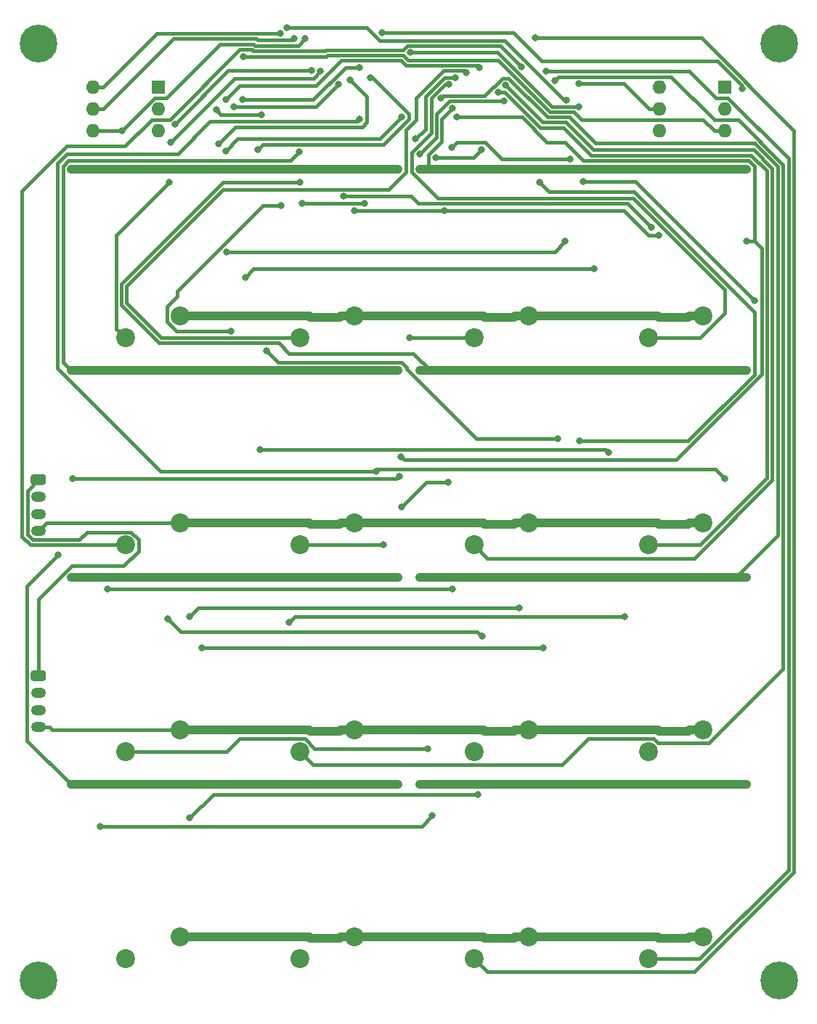
<source format=gbr>
G04 #@! TF.GenerationSoftware,KiCad,Pcbnew,5.1.4+dfsg1-1*
G04 #@! TF.CreationDate,2020-01-15T10:00:44+00:00*
G04 #@! TF.ProjectId,chordboard,63686f72-6462-46f6-9172-642e6b696361,rev?*
G04 #@! TF.SameCoordinates,Original*
G04 #@! TF.FileFunction,Copper,L2,Bot*
G04 #@! TF.FilePolarity,Positive*
%FSLAX46Y46*%
G04 Gerber Fmt 4.6, Leading zero omitted, Abs format (unit mm)*
G04 Created by KiCad (PCBNEW 5.1.4+dfsg1-1) date 2020-01-15 10:00:44*
%MOMM*%
%LPD*%
G04 APERTURE LIST*
%ADD10O,1.750000X1.200000*%
%ADD11C,0.100000*%
%ADD12C,1.200000*%
%ADD13C,2.200000*%
%ADD14O,1.600000X1.600000*%
%ADD15R,1.600000X1.600000*%
%ADD16C,0.700000*%
%ADD17C,4.400000*%
%ADD18C,0.800000*%
%ADD19C,0.400000*%
%ADD20C,1.000000*%
G04 APERTURE END LIST*
D10*
X50800000Y-122840000D03*
X50800000Y-120840000D03*
X50800000Y-118840000D03*
D11*
G36*
X51449505Y-116241204D02*
G01*
X51473773Y-116244804D01*
X51497572Y-116250765D01*
X51520671Y-116259030D01*
X51542850Y-116269520D01*
X51563893Y-116282132D01*
X51583599Y-116296747D01*
X51601777Y-116313223D01*
X51618253Y-116331401D01*
X51632868Y-116351107D01*
X51645480Y-116372150D01*
X51655970Y-116394329D01*
X51664235Y-116417428D01*
X51670196Y-116441227D01*
X51673796Y-116465495D01*
X51675000Y-116489999D01*
X51675000Y-117190001D01*
X51673796Y-117214505D01*
X51670196Y-117238773D01*
X51664235Y-117262572D01*
X51655970Y-117285671D01*
X51645480Y-117307850D01*
X51632868Y-117328893D01*
X51618253Y-117348599D01*
X51601777Y-117366777D01*
X51583599Y-117383253D01*
X51563893Y-117397868D01*
X51542850Y-117410480D01*
X51520671Y-117420970D01*
X51497572Y-117429235D01*
X51473773Y-117435196D01*
X51449505Y-117438796D01*
X51425001Y-117440000D01*
X50174999Y-117440000D01*
X50150495Y-117438796D01*
X50126227Y-117435196D01*
X50102428Y-117429235D01*
X50079329Y-117420970D01*
X50057150Y-117410480D01*
X50036107Y-117397868D01*
X50016401Y-117383253D01*
X49998223Y-117366777D01*
X49981747Y-117348599D01*
X49967132Y-117328893D01*
X49954520Y-117307850D01*
X49944030Y-117285671D01*
X49935765Y-117262572D01*
X49929804Y-117238773D01*
X49926204Y-117214505D01*
X49925000Y-117190001D01*
X49925000Y-116489999D01*
X49926204Y-116465495D01*
X49929804Y-116441227D01*
X49935765Y-116417428D01*
X49944030Y-116394329D01*
X49954520Y-116372150D01*
X49967132Y-116351107D01*
X49981747Y-116331401D01*
X49998223Y-116313223D01*
X50016401Y-116296747D01*
X50036107Y-116282132D01*
X50057150Y-116269520D01*
X50079329Y-116259030D01*
X50102428Y-116250765D01*
X50126227Y-116244804D01*
X50150495Y-116241204D01*
X50174999Y-116240000D01*
X51425001Y-116240000D01*
X51449505Y-116241204D01*
X51449505Y-116241204D01*
G37*
D12*
X50800000Y-116840000D03*
D11*
G36*
X51449505Y-139101204D02*
G01*
X51473773Y-139104804D01*
X51497572Y-139110765D01*
X51520671Y-139119030D01*
X51542850Y-139129520D01*
X51563893Y-139142132D01*
X51583599Y-139156747D01*
X51601777Y-139173223D01*
X51618253Y-139191401D01*
X51632868Y-139211107D01*
X51645480Y-139232150D01*
X51655970Y-139254329D01*
X51664235Y-139277428D01*
X51670196Y-139301227D01*
X51673796Y-139325495D01*
X51675000Y-139349999D01*
X51675000Y-140050001D01*
X51673796Y-140074505D01*
X51670196Y-140098773D01*
X51664235Y-140122572D01*
X51655970Y-140145671D01*
X51645480Y-140167850D01*
X51632868Y-140188893D01*
X51618253Y-140208599D01*
X51601777Y-140226777D01*
X51583599Y-140243253D01*
X51563893Y-140257868D01*
X51542850Y-140270480D01*
X51520671Y-140280970D01*
X51497572Y-140289235D01*
X51473773Y-140295196D01*
X51449505Y-140298796D01*
X51425001Y-140300000D01*
X50174999Y-140300000D01*
X50150495Y-140298796D01*
X50126227Y-140295196D01*
X50102428Y-140289235D01*
X50079329Y-140280970D01*
X50057150Y-140270480D01*
X50036107Y-140257868D01*
X50016401Y-140243253D01*
X49998223Y-140226777D01*
X49981747Y-140208599D01*
X49967132Y-140188893D01*
X49954520Y-140167850D01*
X49944030Y-140145671D01*
X49935765Y-140122572D01*
X49929804Y-140098773D01*
X49926204Y-140074505D01*
X49925000Y-140050001D01*
X49925000Y-139349999D01*
X49926204Y-139325495D01*
X49929804Y-139301227D01*
X49935765Y-139277428D01*
X49944030Y-139254329D01*
X49954520Y-139232150D01*
X49967132Y-139211107D01*
X49981747Y-139191401D01*
X49998223Y-139173223D01*
X50016401Y-139156747D01*
X50036107Y-139142132D01*
X50057150Y-139129520D01*
X50079329Y-139119030D01*
X50102428Y-139110765D01*
X50126227Y-139104804D01*
X50150495Y-139101204D01*
X50174999Y-139100000D01*
X51425001Y-139100000D01*
X51449505Y-139101204D01*
X51449505Y-139101204D01*
G37*
D12*
X50800000Y-139700000D03*
D10*
X50800000Y-141700000D03*
X50800000Y-143700000D03*
X50800000Y-145700000D03*
D13*
X67310000Y-170180000D03*
X60960000Y-172720000D03*
D14*
X123190000Y-71120000D03*
X130810000Y-76200000D03*
X123190000Y-73660000D03*
X130810000Y-73660000D03*
X123190000Y-76200000D03*
D15*
X130810000Y-71120000D03*
X64770000Y-71120000D03*
D14*
X57150000Y-76200000D03*
X64770000Y-73660000D03*
X57150000Y-73660000D03*
X64770000Y-76200000D03*
X57150000Y-71120000D03*
D16*
X138326726Y-64873274D03*
X137160000Y-64390000D03*
X135993274Y-64873274D03*
X135510000Y-66040000D03*
X135993274Y-67206726D03*
X137160000Y-67690000D03*
X138326726Y-67206726D03*
X138810000Y-66040000D03*
D17*
X137160000Y-66040000D03*
X137160000Y-175260000D03*
D16*
X138810000Y-175260000D03*
X138326726Y-176426726D03*
X137160000Y-176910000D03*
X135993274Y-176426726D03*
X135510000Y-175260000D03*
X135993274Y-174093274D03*
X137160000Y-173610000D03*
X138326726Y-174093274D03*
X51966726Y-64873274D03*
X50800000Y-64390000D03*
X49633274Y-64873274D03*
X49150000Y-66040000D03*
X49633274Y-67206726D03*
X50800000Y-67690000D03*
X51966726Y-67206726D03*
X52450000Y-66040000D03*
D17*
X50800000Y-66040000D03*
X50800000Y-175260000D03*
D16*
X52450000Y-175260000D03*
X51966726Y-176426726D03*
X50800000Y-176910000D03*
X49633274Y-176426726D03*
X49150000Y-175260000D03*
X49633274Y-174093274D03*
X50800000Y-173610000D03*
X51966726Y-174093274D03*
D13*
X81280000Y-172720000D03*
X87630000Y-170180000D03*
X107950000Y-170180000D03*
X101600000Y-172720000D03*
X121920000Y-172720000D03*
X128270000Y-170180000D03*
X67310000Y-146050000D03*
X60960000Y-148590000D03*
X81280000Y-148590000D03*
X87630000Y-146050000D03*
X107950000Y-146050000D03*
X101600000Y-148590000D03*
X121920000Y-148590000D03*
X128270000Y-146050000D03*
X67310000Y-121920000D03*
X60960000Y-124460000D03*
X81280000Y-124460000D03*
X87630000Y-121920000D03*
X107950000Y-121920000D03*
X101600000Y-124460000D03*
X121920000Y-124460000D03*
X128270000Y-121920000D03*
X67310000Y-97790000D03*
X60960000Y-100330000D03*
X81280000Y-100330000D03*
X87630000Y-97790000D03*
X107950000Y-97790000D03*
X101600000Y-100330000D03*
X121920000Y-100330000D03*
X128270000Y-97790000D03*
D18*
X76835000Y-74273900D03*
X71525500Y-73704200D03*
X53120200Y-125616000D03*
X92710000Y-152400000D03*
X90170000Y-152400000D03*
X87630000Y-152400000D03*
X85090000Y-152400000D03*
X82550000Y-152400000D03*
X80010000Y-152400000D03*
X77470000Y-152400000D03*
X74930000Y-152400000D03*
X72390000Y-152400000D03*
X69850000Y-152400000D03*
X67310000Y-152400000D03*
X64770000Y-152400000D03*
X62230000Y-152400000D03*
X59690000Y-152400000D03*
X57150000Y-152400000D03*
X54610000Y-152400000D03*
X77419900Y-101854900D03*
X111376300Y-112042300D03*
X133350000Y-152400000D03*
X130810000Y-152400000D03*
X128270000Y-152400000D03*
X125730000Y-152400000D03*
X123190000Y-152400000D03*
X120650000Y-152400000D03*
X118110000Y-152400000D03*
X115570000Y-152400000D03*
X113030000Y-152400000D03*
X110490000Y-152400000D03*
X107950000Y-152400000D03*
X105410000Y-152400000D03*
X102870000Y-152400000D03*
X100330000Y-152400000D03*
X97790000Y-152400000D03*
X95250000Y-152400000D03*
X54832600Y-116701300D03*
X92870700Y-116430300D03*
X79024100Y-64821900D03*
X96742600Y-156020500D03*
X58036500Y-157274500D03*
X80645000Y-65422200D03*
X58865000Y-129601000D03*
X99060000Y-129601000D03*
X81915000Y-65425900D03*
X60525900Y-76200000D03*
X102068600Y-153524600D03*
X68453500Y-156276800D03*
X82629500Y-69150200D03*
X66732243Y-75369143D03*
X83709400Y-69237700D03*
X66254300Y-77496300D03*
X65909900Y-133042200D03*
X102553300Y-135114700D03*
X85810600Y-70724300D03*
X73576000Y-73381200D03*
X106865100Y-131821500D03*
X68394600Y-132845500D03*
X87157200Y-70235900D03*
X71777200Y-77664400D03*
X69850000Y-136442800D03*
X109663200Y-136442800D03*
X112205000Y-89063200D03*
X72763200Y-90284300D03*
X88265000Y-68771600D03*
X74584800Y-72551800D03*
X74930000Y-93232000D03*
X115570000Y-92265300D03*
X76412400Y-78343900D03*
X89535000Y-69956100D03*
X90824900Y-64757100D03*
X132830400Y-71255500D03*
X76645000Y-113353600D03*
X117285000Y-113691400D03*
X80010000Y-133509300D03*
X119160200Y-132823500D03*
X88850200Y-84610600D03*
X81515600Y-84610600D03*
X86360000Y-83810300D03*
X122298400Y-87429100D03*
X123101500Y-88380400D03*
X87630000Y-85457400D03*
X98161700Y-85457400D03*
X88265000Y-74841600D03*
X130810000Y-116683200D03*
X90170000Y-115854400D03*
X133350000Y-89063200D03*
X93106700Y-114140400D03*
X99563400Y-74568000D03*
X79123800Y-84898600D03*
X73213200Y-99521600D03*
X92710000Y-128270000D03*
X90170000Y-128270000D03*
X87630000Y-128270000D03*
X85090000Y-128270000D03*
X82550000Y-128270000D03*
X80010000Y-128270000D03*
X77470000Y-128270000D03*
X74930000Y-128270000D03*
X72390000Y-128270000D03*
X69850000Y-128270000D03*
X67310000Y-128270000D03*
X64770000Y-128270000D03*
X62230000Y-128270000D03*
X59690000Y-128270000D03*
X57150000Y-128270000D03*
X54610000Y-128270000D03*
X97762100Y-72343700D03*
X133350000Y-128270000D03*
X130810000Y-128270000D03*
X128270000Y-128270000D03*
X125730000Y-128270000D03*
X123190000Y-128270000D03*
X120650000Y-128270000D03*
X118110000Y-128270000D03*
X115570000Y-128270000D03*
X113030000Y-128270000D03*
X110490000Y-128270000D03*
X107950000Y-128270000D03*
X105410000Y-128270000D03*
X102870000Y-128270000D03*
X100330000Y-128270000D03*
X97790000Y-128270000D03*
X95250000Y-128270000D03*
X81219800Y-78592200D03*
X92710000Y-104140000D03*
X90170000Y-104140000D03*
X87630000Y-104140000D03*
X85090000Y-104140000D03*
X82550000Y-104140000D03*
X80010000Y-104140000D03*
X77470000Y-104140000D03*
X74930000Y-104140000D03*
X72390000Y-104140000D03*
X69850000Y-104140000D03*
X67310000Y-104140000D03*
X64770000Y-104140000D03*
X62230000Y-104140000D03*
X59690000Y-104140000D03*
X54610000Y-104140000D03*
X57150000Y-104140000D03*
X81317100Y-82142900D03*
X123190000Y-104140000D03*
X120650000Y-104140000D03*
X133350000Y-104140000D03*
X130810000Y-104140000D03*
X128270000Y-104140000D03*
X125730000Y-104140000D03*
X118110000Y-104140000D03*
X115570000Y-104140000D03*
X113030000Y-104140000D03*
X110490000Y-104140000D03*
X107950000Y-104140000D03*
X105410000Y-104140000D03*
X102870000Y-104140000D03*
X100330000Y-104140000D03*
X97790000Y-104140000D03*
X95250000Y-104140000D03*
X92710000Y-80645000D03*
X90170000Y-80645000D03*
X87630000Y-80645000D03*
X85090000Y-80645000D03*
X82550000Y-80645000D03*
X80010000Y-80645000D03*
X77470000Y-80645000D03*
X74930000Y-80645000D03*
X72390000Y-80645000D03*
X69850000Y-80645000D03*
X67310000Y-80645000D03*
X64770000Y-80645000D03*
X62230000Y-80645000D03*
X59690000Y-80645000D03*
X57150000Y-80645000D03*
X54610000Y-80645000D03*
X99056100Y-73517800D03*
X133350000Y-80645000D03*
X130810000Y-80645000D03*
X128270000Y-80645000D03*
X125730000Y-80645000D03*
X123190000Y-80645000D03*
X120650000Y-80645000D03*
X118110000Y-80645000D03*
X115570000Y-80645000D03*
X113030000Y-80645000D03*
X110490000Y-80645000D03*
X107950000Y-80645000D03*
X105410000Y-80645000D03*
X102870000Y-80645000D03*
X100330000Y-80645000D03*
X97790000Y-80645000D03*
X95250000Y-80645000D03*
X116612400Y-97790000D03*
X73660000Y-97790000D03*
X112395000Y-72585700D03*
X79786700Y-64116600D03*
X113832600Y-73386100D03*
X94173900Y-67052500D03*
X74651500Y-67534400D03*
X113779400Y-70691800D03*
X93181600Y-74549000D03*
X72638400Y-78507700D03*
X108740200Y-65333000D03*
X110005500Y-69236800D03*
X102478000Y-78345800D03*
X97100000Y-79272300D03*
X96188600Y-148220200D03*
X111020400Y-70309500D03*
X98561100Y-117180000D03*
X93155000Y-120047700D03*
X113856200Y-112340700D03*
X109220000Y-82142900D03*
X107143800Y-68746600D03*
X105075900Y-72717500D03*
X95247400Y-78905400D03*
X91027500Y-124402900D03*
X105224000Y-70850200D03*
X104423300Y-71683200D03*
X102235000Y-68765200D03*
X72696200Y-72516500D03*
X66077100Y-82142900D03*
X100724300Y-69365600D03*
X99410500Y-69954800D03*
X94744500Y-77132400D03*
X94090400Y-100330000D03*
X98613800Y-70759900D03*
X98995100Y-78137800D03*
X112776600Y-79507000D03*
X114300000Y-82105000D03*
X134331200Y-95991200D03*
D19*
X76835000Y-74273900D02*
X72095200Y-74273900D01*
X72095200Y-74273900D02*
X71525500Y-73704200D01*
X53120200Y-125616000D02*
X49471200Y-129265000D01*
X49471200Y-129265000D02*
X49471200Y-147261200D01*
X49471200Y-147261200D02*
X54610000Y-152400000D01*
D20*
X57150000Y-152400000D02*
X59690000Y-152400000D01*
X54610000Y-152400000D02*
X57150000Y-152400000D01*
X59690000Y-152400000D02*
X62230000Y-152400000D01*
X62230000Y-152400000D02*
X64770000Y-152400000D01*
X64770000Y-152400000D02*
X67310000Y-152400000D01*
X67310000Y-152400000D02*
X69850000Y-152400000D01*
X69850000Y-152400000D02*
X72390000Y-152400000D01*
X72390000Y-152400000D02*
X74930000Y-152400000D01*
X74930000Y-152400000D02*
X77470000Y-152400000D01*
X77470000Y-152400000D02*
X80010000Y-152400000D01*
X80010000Y-152400000D02*
X82550000Y-152400000D01*
X82550000Y-152400000D02*
X85090000Y-152400000D01*
X85090000Y-152400000D02*
X87630000Y-152400000D01*
X87630000Y-152400000D02*
X90170000Y-152400000D01*
X90170000Y-152400000D02*
X92710000Y-152400000D01*
D19*
X77419900Y-101854900D02*
X78770800Y-103205800D01*
X78770800Y-103205800D02*
X93153800Y-103205800D01*
X93153800Y-103205800D02*
X93733800Y-103785800D01*
X93733800Y-103785800D02*
X93733800Y-103899100D01*
X93733800Y-103899100D02*
X101877000Y-112042300D01*
X101877000Y-112042300D02*
X111376300Y-112042300D01*
D20*
X97790000Y-152400000D02*
X100330000Y-152400000D01*
X95250000Y-152400000D02*
X97790000Y-152400000D01*
X100330000Y-152400000D02*
X102870000Y-152400000D01*
X102870000Y-152400000D02*
X105410000Y-152400000D01*
X105410000Y-152400000D02*
X107950000Y-152400000D01*
X107950000Y-152400000D02*
X110490000Y-152400000D01*
X110490000Y-152400000D02*
X113030000Y-152400000D01*
X113030000Y-152400000D02*
X115570000Y-152400000D01*
X115570000Y-152400000D02*
X118110000Y-152400000D01*
X118110000Y-152400000D02*
X120650000Y-152400000D01*
X120650000Y-152400000D02*
X123190000Y-152400000D01*
X123190000Y-152400000D02*
X125730000Y-152400000D01*
X125730000Y-152400000D02*
X128270000Y-152400000D01*
X128270000Y-152400000D02*
X130810000Y-152400000D01*
X130810000Y-152400000D02*
X133350000Y-152400000D01*
D19*
X92870700Y-116430300D02*
X92599700Y-116701300D01*
X92599700Y-116701300D02*
X54832600Y-116701300D01*
X79024100Y-64821900D02*
X64648400Y-64821900D01*
X64648400Y-64821900D02*
X58350300Y-71120000D01*
X57150000Y-71120000D02*
X58350300Y-71120000D01*
X96742600Y-156020500D02*
X95488600Y-157274500D01*
X95488600Y-157274500D02*
X58036500Y-157274500D01*
X80645000Y-65422200D02*
X80444900Y-65622300D01*
X80444900Y-65622300D02*
X76417900Y-65622300D01*
X76417900Y-65622300D02*
X76245600Y-65450000D01*
X76245600Y-65450000D02*
X66560300Y-65450000D01*
X66560300Y-65450000D02*
X58350300Y-73660000D01*
X57150000Y-73660000D02*
X58350300Y-73660000D01*
X60525900Y-76200000D02*
X64405500Y-72320400D01*
X64405500Y-72320400D02*
X65761300Y-72320400D01*
X65761300Y-72320400D02*
X72019600Y-66062100D01*
X72019600Y-66062100D02*
X75885800Y-66062100D01*
X75885800Y-66062100D02*
X76046400Y-66222700D01*
X76046400Y-66222700D02*
X81118200Y-66222700D01*
X81118200Y-66222700D02*
X81915000Y-65425900D01*
X99060000Y-129601000D02*
X58865000Y-129601000D01*
X58350300Y-76200000D02*
X60525900Y-76200000D01*
X57150000Y-76200000D02*
X58350300Y-76200000D01*
X68453500Y-156276800D02*
X71205700Y-153524600D01*
X71205700Y-153524600D02*
X102068600Y-153524600D01*
X82629500Y-69150200D02*
X72951186Y-69150200D01*
X67132242Y-74969144D02*
X66732243Y-75369143D01*
X72951186Y-69150200D02*
X67132242Y-74969144D01*
X102553300Y-135114700D02*
X101983900Y-134545300D01*
X101983900Y-134545300D02*
X67413000Y-134545300D01*
X67413000Y-134545300D02*
X65909900Y-133042200D01*
X66254300Y-77496300D02*
X73678400Y-70072200D01*
X73678400Y-70072200D02*
X82874900Y-70072200D01*
X82874900Y-70072200D02*
X83709400Y-69237700D01*
X85810600Y-70724300D02*
X83153700Y-73381200D01*
X83153700Y-73381200D02*
X73576000Y-73381200D01*
X106865100Y-131821500D02*
X69418600Y-131821500D01*
X69418600Y-131821500D02*
X68394600Y-132845500D01*
X71777200Y-77664400D02*
X73737300Y-75704300D01*
X73737300Y-75704300D02*
X88584500Y-75704300D01*
X88584500Y-75704300D02*
X89098900Y-75189900D01*
X89098900Y-75189900D02*
X89098900Y-72177600D01*
X89098900Y-72177600D02*
X87157200Y-70235900D01*
X109663200Y-136442800D02*
X69850000Y-136442800D01*
X88265000Y-68771600D02*
X86631600Y-68771600D01*
X86631600Y-68771600D02*
X82851400Y-72551800D01*
X82851400Y-72551800D02*
X74584800Y-72551800D01*
X72763200Y-90284300D02*
X110983900Y-90284300D01*
X110983900Y-90284300D02*
X112205000Y-89063200D01*
X89535000Y-69956100D02*
X89800000Y-69956100D01*
X89800000Y-69956100D02*
X94035900Y-74192000D01*
X94035900Y-74192000D02*
X94035900Y-74826700D01*
X94035900Y-74826700D02*
X91070800Y-77791800D01*
X91070800Y-77791800D02*
X91070800Y-77791900D01*
X91070800Y-77791900D02*
X76964400Y-77791900D01*
X76964400Y-77791900D02*
X76412400Y-78343900D01*
X74930000Y-93232000D02*
X75896700Y-92265300D01*
X75896700Y-92265300D02*
X115570000Y-92265300D01*
X90824900Y-64757100D02*
X106198300Y-64757100D01*
X106198300Y-64757100D02*
X109492600Y-68051400D01*
X109492600Y-68051400D02*
X129940300Y-68051400D01*
X129940300Y-68051400D02*
X132830400Y-70941500D01*
X132830400Y-70941500D02*
X132830400Y-71255500D01*
X117285000Y-113691400D02*
X116933700Y-113340100D01*
X116933700Y-113340100D02*
X76658500Y-113340100D01*
X76658500Y-113340100D02*
X76645000Y-113353600D01*
X119160200Y-132823500D02*
X80695800Y-132823500D01*
X80695800Y-132823500D02*
X80010000Y-133509300D01*
X81515600Y-84610600D02*
X88850200Y-84610600D01*
X86360000Y-83810300D02*
X94265700Y-83810300D01*
X94265700Y-83810300D02*
X95096200Y-84640800D01*
X95096200Y-84640800D02*
X119510100Y-84640800D01*
X119510100Y-84640800D02*
X122298400Y-87429100D01*
X98161700Y-85457400D02*
X119046800Y-85457400D01*
X119046800Y-85457400D02*
X121969800Y-88380400D01*
X121969800Y-88380400D02*
X123101500Y-88380400D01*
X98161700Y-85457400D02*
X87630000Y-85457400D01*
X130810000Y-116683200D02*
X129756800Y-115630000D01*
X129756800Y-115630000D02*
X90394400Y-115630000D01*
X90394400Y-115630000D02*
X90170000Y-115854400D01*
X90170000Y-115854400D02*
X65048700Y-115854400D01*
X65048700Y-115854400D02*
X53043900Y-103849600D01*
X53043900Y-103849600D02*
X53043900Y-79989700D01*
X53043900Y-79989700D02*
X54144700Y-78888900D01*
X54144700Y-78888900D02*
X67054700Y-78888900D01*
X67054700Y-78888900D02*
X70839700Y-75103900D01*
X70839700Y-75103900D02*
X88002700Y-75103900D01*
X88002700Y-75103900D02*
X88265000Y-74841600D01*
X93106700Y-114140400D02*
X93471000Y-114504700D01*
X93471000Y-114504700D02*
X125183000Y-114504700D01*
X125183000Y-114504700D02*
X135131500Y-104556200D01*
X135131500Y-104556200D02*
X135131500Y-89885200D01*
X135131500Y-89885200D02*
X134309500Y-89063200D01*
X134309500Y-89063200D02*
X133350000Y-89063200D01*
X134309500Y-89063200D02*
X134309500Y-80281700D01*
X134309500Y-80281700D02*
X133635000Y-79607200D01*
X133635000Y-79607200D02*
X114325900Y-79607200D01*
X114325900Y-79607200D02*
X112228300Y-77509600D01*
X112228300Y-77509600D02*
X110106300Y-77509600D01*
X110106300Y-77509600D02*
X107164700Y-74568000D01*
X107164700Y-74568000D02*
X99563400Y-74568000D01*
X73213200Y-99521600D02*
X66912900Y-99521600D01*
X66912900Y-99521600D02*
X65804300Y-98413000D01*
X65804300Y-98413000D02*
X65804300Y-96633000D01*
X65804300Y-96633000D02*
X67011300Y-95426000D01*
X67011300Y-95426000D02*
X67011300Y-94877300D01*
X67011300Y-94877300D02*
X76990000Y-84898600D01*
X76990000Y-84898600D02*
X79123800Y-84898600D01*
D20*
X90170000Y-128270000D02*
X92710000Y-128270000D01*
X57150000Y-128270000D02*
X59690000Y-128270000D01*
X54610000Y-128270000D02*
X57150000Y-128270000D01*
X59690000Y-128270000D02*
X62230000Y-128270000D01*
X62230000Y-128270000D02*
X64770000Y-128270000D01*
X64770000Y-128270000D02*
X67310000Y-128270000D01*
X67310000Y-128270000D02*
X69850000Y-128270000D01*
X69850000Y-128270000D02*
X72390000Y-128270000D01*
X72390000Y-128270000D02*
X74930000Y-128270000D01*
X74930000Y-128270000D02*
X77470000Y-128270000D01*
X77470000Y-128270000D02*
X80010000Y-128270000D01*
X80010000Y-128270000D02*
X82550000Y-128270000D01*
X82550000Y-128270000D02*
X85090000Y-128270000D01*
X85090000Y-128270000D02*
X87630000Y-128270000D01*
X87630000Y-128270000D02*
X90170000Y-128270000D01*
D19*
X132080000Y-128270000D02*
X137003700Y-123346300D01*
X137003700Y-123346300D02*
X137003700Y-80352800D01*
X137003700Y-80352800D02*
X134269500Y-77618600D01*
X134269500Y-77618600D02*
X115733000Y-77618600D01*
X115733000Y-77618600D02*
X112701100Y-74586700D01*
X112701100Y-74586700D02*
X110154400Y-74586700D01*
X110154400Y-74586700D02*
X105617600Y-70049900D01*
X105617600Y-70049900D02*
X104892600Y-70049900D01*
X104892600Y-70049900D02*
X102825300Y-72117200D01*
X102825300Y-72117200D02*
X97988600Y-72117200D01*
X97988600Y-72117200D02*
X97762100Y-72343700D01*
D20*
X132080000Y-128270000D02*
X133350000Y-128270000D01*
X130810000Y-128270000D02*
X132080000Y-128270000D01*
X97790000Y-128270000D02*
X100330000Y-128270000D01*
X95250000Y-128270000D02*
X97790000Y-128270000D01*
X100330000Y-128270000D02*
X102870000Y-128270000D01*
X102870000Y-128270000D02*
X105410000Y-128270000D01*
X105410000Y-128270000D02*
X107950000Y-128270000D01*
X107950000Y-128270000D02*
X110490000Y-128270000D01*
X110490000Y-128270000D02*
X113030000Y-128270000D01*
X113030000Y-128270000D02*
X115570000Y-128270000D01*
X115570000Y-128270000D02*
X118110000Y-128270000D01*
X118110000Y-128270000D02*
X120650000Y-128270000D01*
X120650000Y-128270000D02*
X123190000Y-128270000D01*
X123190000Y-128270000D02*
X125730000Y-128270000D01*
X125730000Y-128270000D02*
X128270000Y-128270000D01*
X128270000Y-128270000D02*
X130810000Y-128270000D01*
D19*
X54610000Y-104140000D02*
X53677000Y-103207000D01*
X53677000Y-103207000D02*
X53677000Y-80295500D01*
X53677000Y-80295500D02*
X54315800Y-79656700D01*
X54315800Y-79656700D02*
X80155300Y-79656700D01*
X80155300Y-79656700D02*
X81219800Y-78592200D01*
D20*
X59690000Y-104140000D02*
X62230000Y-104140000D01*
X57150000Y-104140000D02*
X59690000Y-104140000D01*
X62230000Y-104140000D02*
X64770000Y-104140000D01*
X64770000Y-104140000D02*
X67310000Y-104140000D01*
X67310000Y-104140000D02*
X69850000Y-104140000D01*
X69850000Y-104140000D02*
X72390000Y-104140000D01*
X72390000Y-104140000D02*
X74930000Y-104140000D01*
X74930000Y-104140000D02*
X77470000Y-104140000D01*
X77470000Y-104140000D02*
X80010000Y-104140000D01*
X80010000Y-104140000D02*
X82550000Y-104140000D01*
X82550000Y-104140000D02*
X85090000Y-104140000D01*
X85090000Y-104140000D02*
X87630000Y-104140000D01*
X87630000Y-104140000D02*
X90170000Y-104140000D01*
X90170000Y-104140000D02*
X92710000Y-104140000D01*
X54610000Y-104140000D02*
X57150000Y-104140000D01*
D19*
X81317100Y-82142900D02*
X72319700Y-82142900D01*
X72319700Y-82142900D02*
X60468700Y-93993900D01*
X60468700Y-93993900D02*
X60468700Y-96514700D01*
X60468700Y-96514700D02*
X64876200Y-100922200D01*
X64876200Y-100922200D02*
X78817100Y-100922200D01*
X78817100Y-100922200D02*
X80041800Y-102146900D01*
X80041800Y-102146900D02*
X94526900Y-102146900D01*
X94526900Y-102146900D02*
X96520000Y-104140000D01*
D20*
X96520000Y-104140000D02*
X97790000Y-104140000D01*
X95250000Y-104140000D02*
X96520000Y-104140000D01*
X115570000Y-104140000D02*
X118110000Y-104140000D01*
X97790000Y-104140000D02*
X100330000Y-104140000D01*
X100330000Y-104140000D02*
X102870000Y-104140000D01*
X102870000Y-104140000D02*
X105410000Y-104140000D01*
X105410000Y-104140000D02*
X107950000Y-104140000D01*
X107950000Y-104140000D02*
X110490000Y-104140000D01*
X110490000Y-104140000D02*
X113030000Y-104140000D01*
X113030000Y-104140000D02*
X115570000Y-104140000D01*
X125730000Y-104140000D02*
X128270000Y-104140000D01*
X123190000Y-104140000D02*
X125730000Y-104140000D01*
X128270000Y-104140000D02*
X130810000Y-104140000D01*
X118110000Y-104140000D02*
X120650000Y-104140000D01*
X120650000Y-104140000D02*
X123190000Y-104140000D01*
X130810000Y-104140000D02*
X133350000Y-104140000D01*
X57150000Y-80645000D02*
X59690000Y-80645000D01*
X54610000Y-80645000D02*
X57150000Y-80645000D01*
X59690000Y-80645000D02*
X62230000Y-80645000D01*
X62230000Y-80645000D02*
X64770000Y-80645000D01*
X64770000Y-80645000D02*
X67310000Y-80645000D01*
X67310000Y-80645000D02*
X69850000Y-80645000D01*
X69850000Y-80645000D02*
X72390000Y-80645000D01*
X72390000Y-80645000D02*
X74930000Y-80645000D01*
X74930000Y-80645000D02*
X77470000Y-80645000D01*
X77470000Y-80645000D02*
X80010000Y-80645000D01*
X80010000Y-80645000D02*
X82550000Y-80645000D01*
X82550000Y-80645000D02*
X85090000Y-80645000D01*
X85090000Y-80645000D02*
X87630000Y-80645000D01*
X87630000Y-80645000D02*
X90170000Y-80645000D01*
X90170000Y-80645000D02*
X92710000Y-80645000D01*
D19*
X99056100Y-73517800D02*
X97805800Y-74768100D01*
X97805800Y-74768100D02*
X97805800Y-77434800D01*
X97805800Y-77434800D02*
X96299700Y-78940900D01*
X96299700Y-78940900D02*
X96299700Y-80345700D01*
X96299700Y-80345700D02*
X96000400Y-80645000D01*
D20*
X96000400Y-80645000D02*
X97790000Y-80645000D01*
X95250000Y-80645000D02*
X96000400Y-80645000D01*
X97790000Y-80645000D02*
X100330000Y-80645000D01*
X100330000Y-80645000D02*
X102870000Y-80645000D01*
X102870000Y-80645000D02*
X105410000Y-80645000D01*
X105410000Y-80645000D02*
X107950000Y-80645000D01*
X107950000Y-80645000D02*
X110490000Y-80645000D01*
X110490000Y-80645000D02*
X113030000Y-80645000D01*
X113030000Y-80645000D02*
X115570000Y-80645000D01*
X115570000Y-80645000D02*
X118110000Y-80645000D01*
X118110000Y-80645000D02*
X120650000Y-80645000D01*
X120650000Y-80645000D02*
X123190000Y-80645000D01*
X123190000Y-80645000D02*
X125730000Y-80645000D01*
X125730000Y-80645000D02*
X128270000Y-80645000D01*
X128270000Y-80645000D02*
X130810000Y-80645000D01*
X130810000Y-80645000D02*
X133350000Y-80645000D01*
X116612400Y-97790000D02*
X123004000Y-97790000D01*
X123004000Y-97790000D02*
X123164000Y-97950000D01*
X123164000Y-97950000D02*
X126554000Y-97950000D01*
X126554000Y-97950000D02*
X126714000Y-97790000D01*
X126714000Y-97790000D02*
X128270000Y-97790000D01*
X107950000Y-97790000D02*
X116612400Y-97790000D01*
X73660000Y-97790000D02*
X82364000Y-97790000D01*
X82364000Y-97790000D02*
X82524000Y-97950000D01*
X82524000Y-97950000D02*
X85914400Y-97950000D01*
X85914400Y-97950000D02*
X86074400Y-97790000D01*
X86074400Y-97790000D02*
X87630000Y-97790000D01*
X67310000Y-97790000D02*
X73660000Y-97790000D01*
D19*
X50800000Y-145700000D02*
X52075300Y-145700000D01*
X52075300Y-145700000D02*
X52425300Y-146050000D01*
X52425300Y-146050000D02*
X67310000Y-146050000D01*
X67310000Y-121920000D02*
X51720000Y-121920000D01*
X51720000Y-121920000D02*
X50800000Y-122840000D01*
D20*
X67310000Y-121920000D02*
X82364000Y-121920000D01*
X82364000Y-121920000D02*
X82524000Y-122080000D01*
X82524000Y-122080000D02*
X85914400Y-122080000D01*
X85914400Y-122080000D02*
X86074400Y-121920000D01*
X86074400Y-121920000D02*
X87630000Y-121920000D01*
X87630000Y-97790000D02*
X102684000Y-97790000D01*
X102684000Y-97790000D02*
X102844000Y-97950000D01*
X102844000Y-97950000D02*
X106234000Y-97950000D01*
X106234000Y-97950000D02*
X106394000Y-97790000D01*
X106394000Y-97790000D02*
X107950000Y-97790000D01*
X107950000Y-121920000D02*
X123004000Y-121920000D01*
X123004000Y-121920000D02*
X123164000Y-122080000D01*
X123164000Y-122080000D02*
X126554000Y-122080000D01*
X126554000Y-122080000D02*
X126714000Y-121920000D01*
X126714000Y-121920000D02*
X128270000Y-121920000D01*
X87630000Y-121920000D02*
X102684000Y-121920000D01*
X102684000Y-121920000D02*
X102844000Y-122080000D01*
X102844000Y-122080000D02*
X106234000Y-122080000D01*
X106234000Y-122080000D02*
X106394000Y-121920000D01*
X106394000Y-121920000D02*
X107950000Y-121920000D01*
X107950000Y-170180000D02*
X123004000Y-170180000D01*
X123004000Y-170180000D02*
X123164000Y-170340000D01*
X123164000Y-170340000D02*
X126554000Y-170340000D01*
X126554000Y-170340000D02*
X126714000Y-170180000D01*
X126714000Y-170180000D02*
X128270000Y-170180000D01*
X87630000Y-170180000D02*
X102684000Y-170180000D01*
X102684000Y-170180000D02*
X102844000Y-170340000D01*
X102844000Y-170340000D02*
X106234000Y-170340000D01*
X106234000Y-170340000D02*
X106394000Y-170180000D01*
X106394000Y-170180000D02*
X107950000Y-170180000D01*
X67310000Y-170180000D02*
X82364000Y-170180000D01*
X82364000Y-170180000D02*
X82524000Y-170340000D01*
X82524000Y-170340000D02*
X85914400Y-170340000D01*
X85914400Y-170340000D02*
X86074400Y-170180000D01*
X86074400Y-170180000D02*
X87630000Y-170180000D01*
X107950000Y-146050000D02*
X123004000Y-146050000D01*
X123004000Y-146050000D02*
X123164000Y-146210000D01*
X123164000Y-146210000D02*
X126554000Y-146210000D01*
X126554000Y-146210000D02*
X126714000Y-146050000D01*
X126714000Y-146050000D02*
X128270000Y-146050000D01*
X87630000Y-146050000D02*
X102684000Y-146050000D01*
X102684000Y-146050000D02*
X102844000Y-146210000D01*
X102844000Y-146210000D02*
X106234000Y-146210000D01*
X106234000Y-146210000D02*
X106394000Y-146050000D01*
X106394000Y-146050000D02*
X107950000Y-146050000D01*
X67310000Y-146050000D02*
X82364000Y-146050000D01*
X82364000Y-146050000D02*
X82524000Y-146210000D01*
X82524000Y-146210000D02*
X85914400Y-146210000D01*
X85914400Y-146210000D02*
X86074400Y-146050000D01*
X86074400Y-146050000D02*
X87630000Y-146050000D01*
D19*
X112395000Y-72585700D02*
X112132800Y-72585700D01*
X112132800Y-72585700D02*
X105199000Y-65651900D01*
X105199000Y-65651900D02*
X90587800Y-65651900D01*
X90587800Y-65651900D02*
X89052500Y-64116600D01*
X89052500Y-64116600D02*
X79786700Y-64116600D01*
X50800000Y-139700000D02*
X50800000Y-130763300D01*
X50800000Y-130763300D02*
X54686000Y-126877300D01*
X54686000Y-126877300D02*
X60736500Y-126877300D01*
X60736500Y-126877300D02*
X62462600Y-125151200D01*
X62462600Y-125151200D02*
X62462600Y-123836000D01*
X62462600Y-123836000D02*
X61570400Y-122943800D01*
X61570400Y-122943800D02*
X56511900Y-122943800D01*
X56511900Y-122943800D02*
X55596100Y-123859600D01*
X55596100Y-123859600D02*
X50099200Y-123859600D01*
X50099200Y-123859600D02*
X49508600Y-123269000D01*
X49508600Y-123269000D02*
X49508600Y-118131400D01*
X49508600Y-118131400D02*
X50800000Y-116840000D01*
X94173900Y-67052500D02*
X104318000Y-67052500D01*
X104318000Y-67052500D02*
X110651600Y-73386100D01*
X110651600Y-73386100D02*
X113832600Y-73386100D01*
X129609700Y-76200000D02*
X128305900Y-74896200D01*
X128305900Y-74896200D02*
X114150400Y-74896200D01*
X114150400Y-74896200D02*
X113240600Y-73986400D01*
X113240600Y-73986400D02*
X110403000Y-73986400D01*
X110403000Y-73986400D02*
X104370500Y-67953900D01*
X104370500Y-67953900D02*
X93914300Y-67953900D01*
X93914300Y-67953900D02*
X93325000Y-67364600D01*
X93325000Y-67364600D02*
X84556200Y-67364600D01*
X84556200Y-67364600D02*
X84386400Y-67534400D01*
X84386400Y-67534400D02*
X74651500Y-67534400D01*
X130810000Y-76200000D02*
X129609700Y-76200000D01*
X123190000Y-73660000D02*
X121989700Y-73660000D01*
X121989700Y-73660000D02*
X119021500Y-70691800D01*
X119021500Y-70691800D02*
X113779400Y-70691800D01*
X93181600Y-74549000D02*
X90632200Y-77098400D01*
X90632200Y-77098400D02*
X74047700Y-77098400D01*
X74047700Y-77098400D02*
X72638400Y-78507700D01*
X101600000Y-172720000D02*
X103113300Y-174233300D01*
X103113300Y-174233300D02*
X127238900Y-174233300D01*
X127238900Y-174233300D02*
X138901700Y-162570500D01*
X138901700Y-162570500D02*
X138901700Y-76154500D01*
X138901700Y-76154500D02*
X128080200Y-65333000D01*
X128080200Y-65333000D02*
X108740200Y-65333000D01*
X121920000Y-172720000D02*
X127876100Y-172720000D01*
X127876100Y-172720000D02*
X138274300Y-162321800D01*
X138274300Y-162321800D02*
X138274300Y-79395100D01*
X138274300Y-79395100D02*
X131199600Y-72320400D01*
X131199600Y-72320400D02*
X129801600Y-72320400D01*
X129801600Y-72320400D02*
X126718000Y-69236800D01*
X126718000Y-69236800D02*
X110005500Y-69236800D01*
X60960000Y-148590000D02*
X72724700Y-148590000D01*
X72724700Y-148590000D02*
X74271000Y-147043700D01*
X74271000Y-147043700D02*
X81855700Y-147043700D01*
X81855700Y-147043700D02*
X83032200Y-148220200D01*
X83032200Y-148220200D02*
X96188600Y-148220200D01*
X97100000Y-79272300D02*
X101551500Y-79272300D01*
X101551500Y-79272300D02*
X102478000Y-78345800D01*
X81280000Y-148590000D02*
X82780400Y-150090400D01*
X82780400Y-150090400D02*
X111864300Y-150090400D01*
X111864300Y-150090400D02*
X114914300Y-147040400D01*
X114914300Y-147040400D02*
X122492400Y-147040400D01*
X122492400Y-147040400D02*
X123017900Y-147565900D01*
X123017900Y-147565900D02*
X128934900Y-147565900D01*
X128934900Y-147565900D02*
X137618900Y-138881900D01*
X137618900Y-138881900D02*
X137618900Y-80119100D01*
X137618900Y-80119100D02*
X132429800Y-74930000D01*
X132429800Y-74930000D02*
X129619600Y-74930000D01*
X129619600Y-74930000D02*
X124577300Y-69887700D01*
X124577300Y-69887700D02*
X111442200Y-69887700D01*
X111442200Y-69887700D02*
X111020400Y-70309500D01*
X93155000Y-120047700D02*
X96022700Y-117180000D01*
X96022700Y-117180000D02*
X98561100Y-117180000D01*
X109220000Y-82142900D02*
X110342100Y-83265000D01*
X110342100Y-83265000D02*
X120218000Y-83265000D01*
X120218000Y-83265000D02*
X134259900Y-97306900D01*
X134259900Y-97306900D02*
X134259900Y-104578900D01*
X134259900Y-104578900D02*
X126498100Y-112340700D01*
X126498100Y-112340700D02*
X113856200Y-112340700D01*
X49850500Y-124460000D02*
X60960000Y-124460000D01*
X48908200Y-123517700D02*
X49850500Y-124460000D01*
X60904500Y-77943700D02*
X54141500Y-77943700D01*
X66109700Y-74860300D02*
X63987900Y-74860300D01*
X75688800Y-66714000D02*
X74256000Y-66714000D01*
X75801600Y-66826800D02*
X75688800Y-66714000D01*
X63987900Y-74860300D02*
X60904500Y-77943700D01*
X54141500Y-77943700D02*
X48908200Y-83177000D01*
X93842500Y-66252200D02*
X93354300Y-66740400D01*
X48908200Y-83177000D02*
X48908200Y-123517700D01*
X107143800Y-68746600D02*
X104649400Y-66252200D01*
X74256000Y-66714000D02*
X66109700Y-74860300D01*
X104649400Y-66252200D02*
X93842500Y-66252200D01*
X93354300Y-66740400D02*
X93354300Y-66740500D01*
X93354300Y-66740500D02*
X84331300Y-66740500D01*
X84331300Y-66740500D02*
X84245000Y-66826800D01*
X84245000Y-66826800D02*
X75801600Y-66826800D01*
X95247400Y-78905400D02*
X97205500Y-76947300D01*
X97205500Y-76947300D02*
X97205500Y-74236700D01*
X97205500Y-74236700D02*
X98724700Y-72717500D01*
X98724700Y-72717500D02*
X105075900Y-72717500D01*
X81280000Y-124460000D02*
X90970400Y-124460000D01*
X90970400Y-124460000D02*
X91027500Y-124402900D01*
X101600000Y-124460000D02*
X103137000Y-125997000D01*
X103137000Y-125997000D02*
X127229400Y-125997000D01*
X127229400Y-125997000D02*
X136362800Y-116863600D01*
X136362800Y-116863600D02*
X136362800Y-80560800D01*
X136362800Y-80560800D02*
X134208400Y-78406400D01*
X134208400Y-78406400D02*
X115538600Y-78406400D01*
X115538600Y-78406400D02*
X112319200Y-75187000D01*
X112319200Y-75187000D02*
X109560800Y-75187000D01*
X109560800Y-75187000D02*
X105224000Y-70850200D01*
X121920000Y-124460000D02*
X127917300Y-124460000D01*
X127917300Y-124460000D02*
X135731800Y-116645500D01*
X135731800Y-116645500D02*
X135731800Y-80850200D01*
X135731800Y-80850200D02*
X133888400Y-79006800D01*
X133888400Y-79006800D02*
X115232600Y-79006800D01*
X115232600Y-79006800D02*
X112013100Y-75787300D01*
X112013100Y-75787300D02*
X109312100Y-75787300D01*
X109312100Y-75787300D02*
X105208000Y-71683200D01*
X105208000Y-71683200D02*
X104423300Y-71683200D01*
X102235000Y-68765200D02*
X102024000Y-68554200D01*
X102024000Y-68554200D02*
X93665700Y-68554200D01*
X93665700Y-68554200D02*
X93080000Y-67968500D01*
X93080000Y-67968500D02*
X86144600Y-67968500D01*
X86144600Y-67968500D02*
X83172900Y-70940200D01*
X83172900Y-70940200D02*
X74272500Y-70940200D01*
X74272500Y-70940200D02*
X72696200Y-72516500D01*
X60960000Y-100330000D02*
X59868300Y-99238300D01*
X59868300Y-99238300D02*
X59868300Y-88351700D01*
X59868300Y-88351700D02*
X66077100Y-82142900D01*
X100724300Y-69365600D02*
X100513200Y-69154500D01*
X100513200Y-69154500D02*
X98022000Y-69154500D01*
X98022000Y-69154500D02*
X94804300Y-72372200D01*
X94804300Y-72372200D02*
X94804300Y-74907200D01*
X94804300Y-74907200D02*
X93643400Y-76068100D01*
X93643400Y-76068100D02*
X93643400Y-81027100D01*
X93643400Y-81027100D02*
X91660500Y-83010000D01*
X91660500Y-83010000D02*
X72301700Y-83010000D01*
X72301700Y-83010000D02*
X61069100Y-94242600D01*
X61069100Y-94242600D02*
X61069100Y-96266000D01*
X61069100Y-96266000D02*
X65125000Y-100321900D01*
X65125000Y-100321900D02*
X81271900Y-100321900D01*
X81271900Y-100321900D02*
X81280000Y-100330000D01*
X94744500Y-77132400D02*
X95917100Y-75959800D01*
X95917100Y-75959800D02*
X95917100Y-72177400D01*
X95917100Y-72177400D02*
X98139700Y-69954800D01*
X98139700Y-69954800D02*
X99410500Y-69954800D01*
X101600000Y-100330000D02*
X94090400Y-100330000D01*
X98613800Y-70759900D02*
X98214100Y-70759900D01*
X98214100Y-70759900D02*
X96605200Y-72368800D01*
X96605200Y-72368800D02*
X96605200Y-76403500D01*
X96605200Y-76403500D02*
X94341200Y-78667500D01*
X94341200Y-78667500D02*
X94341200Y-81015100D01*
X94341200Y-81015100D02*
X97366500Y-84040400D01*
X97366500Y-84040400D02*
X120128900Y-84040400D01*
X120128900Y-84040400D02*
X130798000Y-94709500D01*
X130798000Y-94709500D02*
X130798000Y-97442900D01*
X130798000Y-97442900D02*
X127910900Y-100330000D01*
X127910900Y-100330000D02*
X121920000Y-100330000D01*
X112776600Y-79507000D02*
X104846700Y-79507000D01*
X104846700Y-79507000D02*
X102876400Y-77536700D01*
X102876400Y-77536700D02*
X99596200Y-77536700D01*
X99596200Y-77536700D02*
X98995100Y-78137800D01*
X134331200Y-95991200D02*
X120445000Y-82105000D01*
X120445000Y-82105000D02*
X114300000Y-82105000D01*
M02*

</source>
